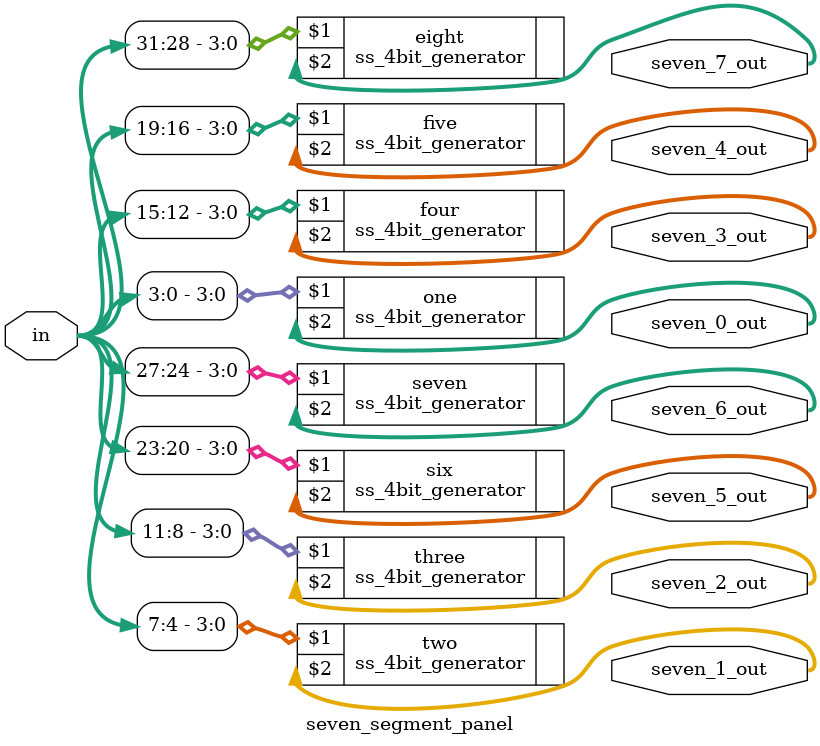
<source format=v>
module seven_segment_panel(
    input [31:0]in,
    output [6:0]seven_0_out,
    output [6:0]seven_1_out,
    output [6:0]seven_2_out,
    output [6:0]seven_3_out,
    output [6:0]seven_4_out,
    output [6:0]seven_5_out,
    output [6:0]seven_6_out,
    output [6:0]seven_7_out
);

ss_4bit_generator one(in[3:0],seven_0_out);
ss_4bit_generator two(in[7:4],seven_1_out);
ss_4bit_generator three(in[11:8],seven_2_out);
ss_4bit_generator four(in[15:12],seven_3_out);
ss_4bit_generator five(in[19:16],seven_4_out);
ss_4bit_generator six(in[23:20],seven_5_out);
ss_4bit_generator seven(in[27:24],seven_6_out);
ss_4bit_generator eight(in[31:28],seven_7_out);

endmodule
</source>
